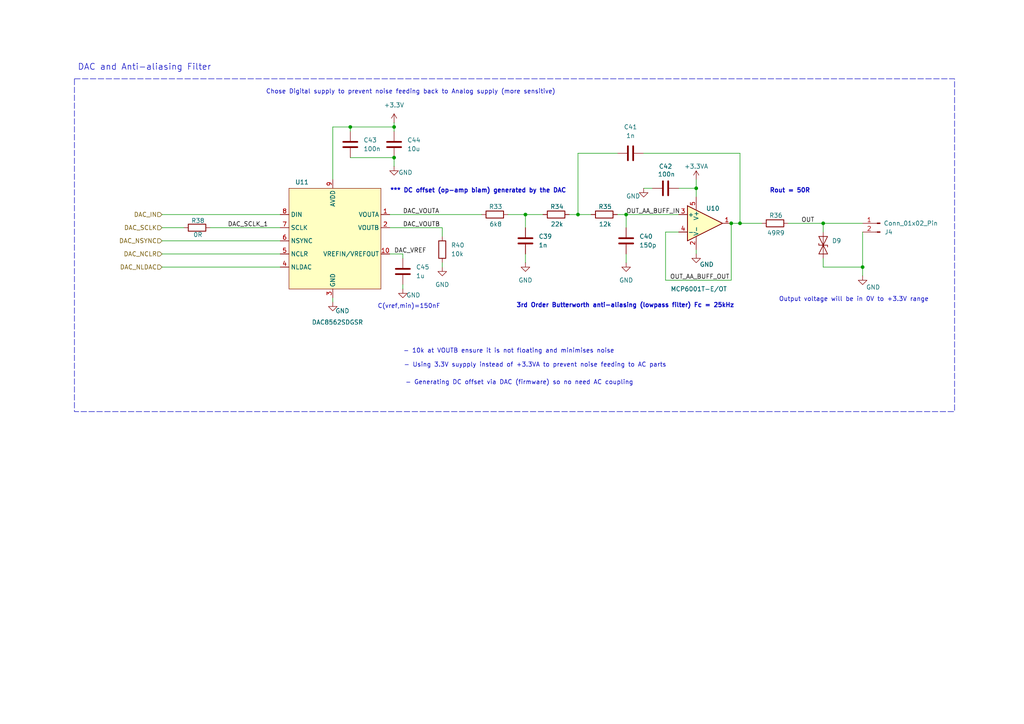
<source format=kicad_sch>
(kicad_sch (version 20231120) (generator "eeschema") (generator_version "8.0")
  (paper "A4")
  (lib_symbols
    (symbol "Amplifier_Operational:MCP6001-OT" (pin_names (offset 0.127))
      (property "Reference" "U" (at -1.27 6.35 0))
      (property "Value" "MCP6001-OT" (at -1.27 3.81 0))
      (symbol "MCP6001-OT_0_1"
        (polyline (pts (xy -5.08 5.08) (xy 5.08 0) (xy -5.08 -5.08) (xy -5.08 5.08)) (stroke (width 0.254)) (fill (type background)))
        (pin power_in line (at -2.54 -7.62 90) (length 3.81) (name "V-") (number "2"))
        (pin power_in line (at -2.54 7.62 270) (length 3.81) (name "V+") (number "5"))
      )
      (symbol "MCP6001-OT_1_1"
        (pin output line (at 7.62 0 180) (length 2.54) (name "~") (number "1"))
        (pin input line (at -7.62 2.54 0) (length 2.54) (name "+") (number "3"))
        (pin input line (at -7.62 -2.54 0) (length 2.54) (name "-") (number "4"))
      )
    )
    (symbol "Connector:Conn_01x02_Pin" (pin_names (offset 1.016) hide)
      (property "Reference" "J" (at 0 2.54 0))
      (property "Value" "Conn_01x02_Pin" (at 0 -5.08 0))
      (symbol "Conn_01x02_Pin_1_1"
        (polyline (pts (xy 1.27 -2.54) (xy 0.8636 -2.54)) (stroke (width 0.1524)))
        (polyline (pts (xy 1.27 0) (xy 0.8636 0)) (stroke (width 0.1524)))
        (rectangle (start 0.8636 -2.413) (end 0 -2.667) (stroke (width 0.1524)) (fill (type outline)))
        (rectangle (start 0.8636 0.127) (end 0 -0.127) (stroke (width 0.1524)) (fill (type outline)))
        (pin passive line (at 5.08 0 180) (length 3.81) (name "Pin_1") (number "1"))
        (pin passive line (at 5.08 -2.54 180) (length 3.81) (name "Pin_2") (number "2"))
      )
    )
    (symbol "Device:C" (pin_numbers hide) (pin_names (offset 0.254))
      (property "Reference" "C" (at 0.635 2.54 0))
      (property "Value" "C" (at 0.635 -2.54 0))
      (symbol "C_0_1"
        (polyline (pts (xy -2.032 -0.762) (xy 2.032 -0.762)) (stroke (width 0.508)))
        (polyline (pts (xy -2.032 0.762) (xy 2.032 0.762)) (stroke (width 0.508)))
      )
      (symbol "C_1_1"
        (pin passive line (at 0 3.81 270) (length 2.794) (name "~") (number "1"))
        (pin passive line (at 0 -3.81 90) (length 2.794) (name "~") (number "2"))
      )
    )
    (symbol "Device:R" (pin_numbers hide) (pin_names (offset 0))
      (property "Reference" "R" (at 2.032 0 90))
      (property "Value" "R" (at 0 0 90))
      (symbol "R_0_1"
        (rectangle (start -1.016 -2.54) (end 1.016 2.54) (stroke (width 0.254)))
      )
      (symbol "R_1_1"
        (pin passive line (at 0 3.81 270) (length 1.27) (name "~") (number "1"))
        (pin passive line (at 0 -3.81 90) (length 1.27) (name "~") (number "2"))
      )
    )
    (symbol "Diode:ESD9B3.3ST5G" (pin_numbers hide) (pin_names (offset 1.016) hide)
      (property "Reference" "D" (at 0 2.54 0))
      (property "Value" "ESD9B3.3ST5G" (at 0 -2.54 0))
      (symbol "ESD9B3.3ST5G_0_1"
        (polyline (pts (xy 1.27 0) (xy -1.27 0)))
        (polyline (pts (xy -2.54 -1.27) (xy 0 0) (xy -2.54 1.27) (xy -2.54 -1.27)) (stroke (width 0.2032)))
        (polyline (pts (xy 0.508 1.27) (xy 0 1.27) (xy 0 -1.27) (xy -0.508 -1.27)) (stroke (width 0.2032)))
        (polyline (pts (xy 2.54 1.27) (xy 2.54 -1.27) (xy 0 0) (xy 2.54 1.27)) (stroke (width 0.2032)))
      )
      (symbol "ESD9B3.3ST5G_1_1"
        (pin passive line (at -3.81 0 0) (length 2.54) (name "A1") (number "1"))
        (pin passive line (at 3.81 0 180) (length 2.54) (name "A2") (number "2"))
      )
    )
    (symbol "Private_KiCad8:DAC8562SDGSR"
      (property "Reference" "U" (at -5.334 30.734 0))
      (property "Value" "DAC8562SDGSR" (at -4.318 -2.54 0))
      (symbol "DAC8562SDGSR_0_0"
        (pin input line (at 2.54 21.59 180) (length 2.54) (name "VOUTA") (number "1"))
        (pin input line (at 2.54 17.78 180) (length 2.54) (name "VOUTB") (number "2"))
        (pin power_in line (at -13.97 -2.54 90) (length 2.54) (name "GND") (number "3"))
        (pin input line (at -29.21 6.35 0) (length 2.54) (name "NLDAC") (number "4"))
        (pin input line (at -29.21 10.16 0) (length 2.54) (name "NCLR") (number "5"))
        (pin input line (at -29.21 13.97 0) (length 2.54) (name "NSYNC") (number "6"))
        (pin input line (at -29.21 17.78 0) (length 2.54) (name "SCLK") (number "7"))
        (pin input line (at -29.21 21.59 0) (length 2.54) (name "DIN") (number "8"))
        (pin power_in line (at -13.97 31.75 270) (length 2.54) (name "AVDD") (number "9"))
      )
      (symbol "DAC8562SDGSR_1_0"
        (pin power_out line (at 2.54 10.16 180) (length 2.54) (name "VREFIN/VREFOUT") (number "10"))
      )
      (symbol "DAC8562SDGSR_1_1"
        (rectangle (start -26.67 29.21) (end 0 0) (fill (type background)))
      )
    )
    (symbol "power:+3.3V" (power) (pin_numbers hide) (pin_names (offset 0) hide)
      (property "Value" "+3.3V" (at 0 3.556 0))
      (symbol "+3.3V_0_1"
        (polyline (pts (xy -0.762 1.27) (xy 0 2.54)))
        (polyline (pts (xy 0 0) (xy 0 2.54)))
        (polyline (pts (xy 0 2.54) (xy 0.762 1.27)))
      )
      (symbol "+3.3V_1_1"
        (pin power_in line (at 0 0 90) (length 0) (name "~") (number "1"))
      )
    )
    (symbol "power:+3.3VA" (power) (pin_numbers hide) (pin_names (offset 0) hide)
      (property "Value" "+3.3VA" (at 0 3.556 0))
      (symbol "+3.3VA_0_1"
        (polyline (pts (xy -0.762 1.27) (xy 0 2.54)))
        (polyline (pts (xy 0 0) (xy 0 2.54)))
        (polyline (pts (xy 0 2.54) (xy 0.762 1.27)))
      )
      (symbol "+3.3VA_1_1"
        (pin power_in line (at 0 0 90) (length 0) (name "~") (number "1"))
      )
    )
    (symbol "power:GND" (power) (pin_numbers hide) (pin_names (offset 0) hide)
      (property "Value" "GND" (at 0 -3.81 0))
      (symbol "GND_0_1"
        (polyline (pts (xy 0 0) (xy 0 -1.27) (xy 1.27 -1.27) (xy 0 -2.54) (xy -1.27 -1.27) (xy 0 -1.27)))
      )
      (symbol "GND_1_1"
        (pin power_in line (at 0 0 270) (length 0) (name "~") (number "1"))
      )
    )
  )
  (junction (at 201.93 54.61))
  (junction (at 212.09 64.77))
  (junction (at 214.63 64.77))
  (junction (at 114.3 45.72))
  (junction (at 250.19 77.47))
  (junction (at 181.61 62.23))
  (junction (at 238.76 64.77))
  (junction (at 167.64 62.23))
  (junction (at 101.6 36.83))
  (junction (at 152.4 62.23))
  (junction (at 114.3 36.83))
  (wire (pts (xy 101.6 45.72) (xy 114.3 45.72)))
  (wire (pts (xy 214.63 44.45) (xy 214.63 64.77)))
  (wire (pts (xy 128.27 76.2) (xy 128.27 77.47)))
  (wire (pts (xy 181.61 62.23) (xy 181.61 66.04)))
  (wire (pts (xy 201.93 52.07) (xy 201.93 54.61)))
  (wire (pts (xy 128.27 66.04) (xy 128.27 68.58)))
  (wire (pts (xy 114.3 36.83) (xy 114.3 38.1)))
  (wire (pts (xy 181.61 62.23) (xy 196.85 62.23)))
  (wire (pts (xy 193.04 67.31) (xy 196.85 67.31)))
  (wire (pts (xy 250.19 67.31) (xy 250.19 77.47)))
  (wire (pts (xy 113.03 62.23) (xy 139.7 62.23)))
  (wire (pts (xy 238.76 77.47) (xy 250.19 77.47)))
  (wire (pts (xy 46.99 69.85) (xy 81.28 69.85)))
  (wire (pts (xy 113.03 73.66) (xy 116.84 73.66)))
  (wire (pts (xy 165.1 62.23) (xy 167.64 62.23)))
  (wire (pts (xy 152.4 62.23) (xy 152.4 66.04)))
  (wire (pts (xy 212.09 64.77) (xy 214.63 64.77)))
  (wire (pts (xy 189.23 54.61) (xy 186.69 54.61)))
  (wire (pts (xy 113.03 66.04) (xy 128.27 66.04)))
  (wire (pts (xy 238.76 64.77) (xy 250.19 64.77)))
  (wire (pts (xy 186.69 44.45) (xy 214.63 44.45)))
  (wire (pts (xy 101.6 36.83) (xy 96.52 36.83)))
  (wire (pts (xy 116.84 73.66) (xy 116.84 74.93)))
  (wire (pts (xy 196.85 54.61) (xy 201.93 54.61)))
  (wire (pts (xy 46.99 73.66) (xy 81.28 73.66)))
  (wire (pts (xy 212.09 64.77) (xy 212.09 81.28)))
  (wire (pts (xy 201.93 72.39) (xy 201.93 73.66)))
  (wire (pts (xy 238.76 74.93) (xy 238.76 77.47)))
  (wire (pts (xy 179.07 62.23) (xy 181.61 62.23)))
  (wire (pts (xy 60.96 66.04) (xy 81.28 66.04)))
  (wire (pts (xy 152.4 73.66) (xy 152.4 76.2)))
  (wire (pts (xy 96.52 86.36) (xy 96.52 87.63)))
  (wire (pts (xy 250.19 80.01) (xy 250.19 77.47)))
  (wire (pts (xy 181.61 73.66) (xy 181.61 76.2)))
  (wire (pts (xy 46.99 66.04) (xy 53.34 66.04)))
  (wire (pts (xy 167.64 62.23) (xy 171.45 62.23)))
  (wire (pts (xy 179.07 44.45) (xy 167.64 44.45)))
  (wire (pts (xy 101.6 36.83) (xy 114.3 36.83)))
  (wire (pts (xy 46.99 62.23) (xy 81.28 62.23)))
  (wire (pts (xy 193.04 81.28) (xy 212.09 81.28)))
  (wire (pts (xy 147.32 62.23) (xy 152.4 62.23)))
  (wire (pts (xy 167.64 44.45) (xy 167.64 62.23)))
  (wire (pts (xy 238.76 64.77) (xy 238.76 67.31)))
  (wire (pts (xy 193.04 81.28) (xy 193.04 67.31)))
  (wire (pts (xy 228.6 64.77) (xy 238.76 64.77)))
  (wire (pts (xy 46.99 77.47) (xy 81.28 77.47)))
  (wire (pts (xy 152.4 62.23) (xy 157.48 62.23)))
  (wire (pts (xy 101.6 38.1) (xy 101.6 36.83)))
  (wire (pts (xy 116.84 82.55) (xy 116.84 83.82)))
  (wire (pts (xy 96.52 36.83) (xy 96.52 52.07)))
  (wire (pts (xy 114.3 36.83) (xy 114.3 35.56)))
  (wire (pts (xy 114.3 45.72) (xy 114.3 48.26)))
  (wire (pts (xy 201.93 54.61) (xy 201.93 57.15)))
  (wire (pts (xy 214.63 64.77) (xy 220.98 64.77)))
  (rectangle (start 21.59 22.86) (end 276.86 119.38) (stroke (width 0) (type dash)))
  (text "- Generating DC offset via DAC (firmware) so no need AC coupling" (at 150.622 110.998 0) (effects (font (size 1.27 1.27))))
  (text "*** DC offset (op-amp biam) generated by the DAC" (at 138.684 55.372 0) (effects (font (size 1.27 1.27) (thickness 0.254) (bold yes))))
  (text "C(vref,min)=150nF" (at 118.618 88.9 0) (effects (font (size 1.27 1.27))))
  (text "Chose Digital supply to prevent noise feeding back to Analog supply (more sensitive)" (at 119.126 26.67 0) (effects (font (size 1.27 1.27))))
  (text "Output voltage will be in 0V to +3.3V range" (at 247.65 86.868 0) (effects (font (size 1.27 1.27))))
  (text "DAC and Anti-aliasing Filter" (at 41.91 19.558 0) (effects (font (size 1.778 1.778))))
  (text "3rd Order Butterworth anti-aliasing (lowpass filter) Fc = 25kHz" (at 181.356 88.646 0) (effects (font (size 1.27 1.27) (thickness 0.254) (bold yes))))
  (text "- Using 3.3V suypply instead of +3.3VA to prevent noise feeding to AC parts" (at 155.194 105.918 0) (effects (font (size 1.27 1.27))))
  (text "Rout = 50R" (at 229.108 55.372 0) (effects (font (size 1.27 1.27) (thickness 0.254) (bold yes))))
  (text "- 10k at VOUTB ensure it is not floating and minimises noise" (at 147.574 101.854 0) (effects (font (size 1.27 1.27))))
  (label "OUT_AA_BUFF_OUT" (at 194.31 81.28 0))
  (label "DAC_SCLK_1" (at 66.04 66.04 0))
  (label "DAC_VOUTA" (at 116.84 62.23 0))
  (label "OUT_AA_BUFF_IN" (at 181.61 62.23 0))
  (label "OUT" (at 232.41 64.77 0))
  (label "DAC_VREF" (at 114.3 73.66 0))
  (label "DAC_VOUTB" (at 116.84 66.04 0))
  (hierarchical_label "DAC_NCLR" (shape input) (at 46.99 73.66 180))
  (hierarchical_label "DAC_NSYNC" (shape input) (at 46.99 69.85 180))
  (hierarchical_label "DAC_NLDAC" (shape input) (at 46.99 77.47 180))
  (hierarchical_label "DAC_SCLK" (shape input) (at 46.99 66.04 180))
  (hierarchical_label "DAC_IN" (shape input) (at 46.99 62.23 180))
  (symbol (lib_id "power:GND") (at 96.52 87.63 0) (unit 1)
    (property "Reference" "#PWR061" (effects (hide yes)))
    (property "Value" "GND" (at 99.314 90.17 0))
    (property "Description" "Power symbol creates a global label with name \"GND\" , ground" (effects (hide yes)))
  )
  (symbol (lib_id "Device:C") (at 114.3 41.91 0) (unit 1)
    (property "Reference" "C44" (at 118.11 40.6399 0) (effects (justify left)))
    (property "Value" "10u" (at 118.11 43.1799 0) (effects (justify left)))
    (property "Footprint" "Capacitor_SMD:C_0603_1608Metric" (effects (hide yes)))
    (property "Description" "Unpolarized capacitor" (effects (hide yes)))
  )
  (symbol (lib_id "Device:C") (at 182.88 44.45 90) (unit 1)
    (property "Reference" "C41" (at 182.88 36.83 90))
    (property "Value" "1n" (at 182.88 39.37 90))
    (property "Footprint" "Capacitor_SMD:C_0402_1005Metric" (effects (hide yes)))
    (property "Description" "Unpolarized capacitor" (effects (hide yes)))
  )
  (symbol (lib_id "power:GND") (at 250.19 80.01 0) (unit 1)
    (property "Reference" "#PWR048" (effects (hide yes)))
    (property "Value" "GND" (at 253.238 83.312 0))
    (property "Description" "Power symbol creates a global label with name \"GND\" , ground" (effects (hide yes)))
  )
  (symbol (lib_id "Device:R") (at 143.51 62.23 90) (unit 1)
    (property "Reference" "R33" (at 143.764 59.944 90))
    (property "Value" "6k8" (at 143.764 65.024 90))
    (property "Footprint" "Resistor_SMD:R_0402_1005Metric" (effects (hide yes)))
    (property "Description" "Resistor" (effects (hide yes)))
  )
  (symbol (lib_id "power:+3.3VA") (at 201.93 52.07 0) (unit 1)
    (property "Reference" "#PWR062" (effects (hide yes)))
    (property "Value" "+3.3VA" (at 201.93 48.26 0))
    (property "Description" "Power symbol creates a global label with name \"+3.3VA\"" (effects (hide yes)))
  )
  (symbol (lib_id "Device:C") (at 152.4 69.85 0) (unit 1)
    (property "Reference" "C39" (at 156.21 68.5799 0) (effects (justify left)))
    (property "Value" "1n" (at 156.21 71.1199 0) (effects (justify left)))
    (property "Footprint" "Capacitor_SMD:C_0402_1005Metric" (effects (hide yes)))
    (property "Description" "Unpolarized capacitor" (effects (hide yes)))
  )
  (symbol (lib_id "Connector:Conn_01x02_Pin") (at 255.27 64.77 0) (mirror y) (unit 1)
    (property "Reference" "J4" (at 256.54 67.3101 0) (effects (justify right)))
    (property "Value" "Conn_01x02_Pin" (at 256.286 64.77 0) (effects (justify right)))
    (property "Footprint" "Connector_PinHeader_2.54mm:PinHeader_1x02_P2.54mm_Vertical" (effects (hide yes)))
    (property "Description" "Generic connector, single row, 01x02, script generated" (effects (hide yes)))
  )
  (symbol (lib_id "Amplifier_Operational:MCP6001-OT") (at 204.47 64.77 0) (unit 1)
    (property "Reference" "U10" (at 206.756 60.452 0))
    (property "Value" "MCP6001T-E/OT" (at 202.692 83.82 0))
    (property "Footprint" "Package_TO_SOT_SMD:SOT-23-5" (effects (hide yes)))
    (property "Datasheet" "http://ww1.microchip.com/downloads/en/DeviceDoc/21733j.pdf" (effects (hide yes)))
    (property "Description" "1MHz, Low-Power Op Amp, SOT-23-5" (effects (hide yes)))
  )
  (symbol (lib_id "power:GND") (at 181.61 76.2 0) (unit 1)
    (property "Reference" "#PWR059" (effects (hide yes)))
    (property "Value" "GND" (at 181.61 81.28 0))
    (property "Description" "Power symbol creates a global label with name \"GND\" , ground" (effects (hide yes)))
  )
  (symbol (lib_id "Device:C") (at 101.6 41.91 0) (unit 1)
    (property "Reference" "C43" (at 105.41 40.6399 0) (effects (justify left)))
    (property "Value" "100n" (at 105.41 43.1799 0) (effects (justify left)))
    (property "Footprint" "Capacitor_SMD:C_0402_1005Metric" (effects (hide yes)))
    (property "Description" "Unpolarized capacitor" (effects (hide yes)))
  )
  (symbol (lib_id "power:GND") (at 152.4 76.2 0) (unit 1)
    (property "Reference" "#PWR058" (effects (hide yes)))
    (property "Value" "GND" (at 152.4 81.28 0))
    (property "Description" "Power symbol creates a global label with name \"GND\" , ground" (effects (hide yes)))
  )
  (symbol (lib_id "power:GND") (at 201.93 73.66 0) (unit 1)
    (property "Reference" "#PWR063" (effects (hide yes)))
    (property "Value" "GND" (at 204.978 76.708 0))
    (property "Description" "Power symbol creates a global label with name \"GND\" , ground" (effects (hide yes)))
  )
  (symbol (lib_id "power:GND") (at 186.69 54.61 0) (unit 1)
    (property "Reference" "#PWR060" (effects (hide yes)))
    (property "Value" "GND" (at 183.642 56.896 0))
    (property "Description" "Power symbol creates a global label with name \"GND\" , ground" (effects (hide yes)))
  )
  (symbol (lib_id "power:GND") (at 114.3 48.26 0) (unit 1)
    (property "Reference" "#PWR066" (effects (hide yes)))
    (property "Value" "GND" (at 117.602 50.038 0))
    (property "Description" "Power symbol creates a global label with name \"GND\" , ground" (effects (hide yes)))
  )
  (symbol (lib_id "Device:R") (at 161.29 62.23 90) (unit 1)
    (property "Reference" "R34" (at 161.544 59.944 90))
    (property "Value" "22k" (at 161.544 65.024 90))
    (property "Footprint" "Resistor_SMD:R_0402_1005Metric" (effects (hide yes)))
    (property "Description" "Resistor" (effects (hide yes)))
  )
  (symbol (lib_id "Device:C") (at 193.04 54.61 90) (unit 1)
    (property "Reference" "C42" (at 193.04 48.26 90))
    (property "Value" "100n" (at 193.294 50.546 90))
    (property "Footprint" "Capacitor_SMD:C_0402_1005Metric" (effects (hide yes)))
    (property "Description" "Unpolarized capacitor" (effects (hide yes)))
  )
  (symbol (lib_id "Device:R") (at 224.79 64.77 90) (unit 1)
    (property "Reference" "R36" (at 225.044 62.484 90))
    (property "Value" "49R9" (at 225.044 67.564 90))
    (property "Footprint" "Resistor_SMD:R_0402_1005Metric" (effects (hide yes)))
    (property "Description" "Resistor" (effects (hide yes)))
  )
  (symbol (lib_id "Device:C") (at 181.61 69.85 0) (unit 1)
    (property "Reference" "C40" (at 185.42 68.5799 0) (effects (justify left)))
    (property "Value" "150p" (at 185.42 71.1199 0) (effects (justify left)))
    (property "Footprint" "Capacitor_SMD:C_0402_1005Metric" (effects (hide yes)))
    (property "Description" "Unpolarized capacitor" (effects (hide yes)))
  )
  (symbol (lib_id "Device:C") (at 116.84 78.74 180) (unit 1)
    (property "Reference" "C45" (at 120.65 77.4699 0) (effects (justify right)))
    (property "Value" "1u" (at 120.65 80.0099 0) (effects (justify right)))
    (property "Footprint" "Capacitor_SMD:C_0603_1608Metric" (effects (hide yes)))
    (property "Description" "Unpolarized capacitor" (effects (hide yes)))
  )
  (symbol (lib_id "Device:R") (at 175.26 62.23 90) (unit 1)
    (property "Reference" "R35" (at 175.514 59.944 90))
    (property "Value" "12k" (at 175.514 65.024 90))
    (property "Footprint" "Resistor_SMD:R_0402_1005Metric" (effects (hide yes)))
    (property "Description" "Resistor" (effects (hide yes)))
  )
  (symbol (lib_id "power:+3.3V") (at 114.3 35.56 0) (unit 1)
    (property "Reference" "#PWR065" (effects (hide yes)))
    (property "Value" "+3.3V" (at 114.3 30.48 0))
    (property "Description" "Power symbol creates a global label with name \"+3.3V\"" (effects (hide yes)))
  )
  (symbol (lib_id "Device:R") (at 128.27 72.39 0) (unit 1)
    (property "Reference" "R40" (at 130.81 71.1199 0) (effects (justify left)))
    (property "Value" "10k" (at 130.81 73.6599 0) (effects (justify left)))
    (property "Footprint" "Resistor_SMD:R_0402_1005Metric" (effects (hide yes)))
    (property "Description" "Resistor" (effects (hide yes)))
  )
  (symbol (lib_id "power:GND") (at 128.27 77.47 0) (unit 1)
    (property "Reference" "#PWR067" (effects (hide yes)))
    (property "Value" "GND" (at 128.27 82.55 0))
    (property "Description" "Power symbol creates a global label with name \"GND\" , ground" (effects (hide yes)))
  )
  (symbol (lib_id "Private_KiCad8:DAC8562SDGSR") (at 110.49 83.82 0) (unit 1)
    (property "Reference" "U11" (at 85.598 52.832 0) (effects (justify left)))
    (property "Value" "DAC8562SDGSR" (at 90.424 93.472 0) (effects (justify left)))
    (property "Footprint" "Package_SO:VSSOP-10_3x3mm_P0.5mm" (effects (hide yes)))
  )
  (symbol (lib_id "power:GND") (at 116.84 83.82 0) (unit 1)
    (property "Reference" "#PWR064" (effects (hide yes)))
    (property "Value" "GND" (at 119.888 85.598 0))
    (property "Description" "Power symbol creates a global label with name \"GND\" , ground" (effects (hide yes)))
  )
  (symbol (lib_id "Device:R") (at 57.15 66.04 90) (unit 1)
    (property "Reference" "R38" (at 57.404 64.008 90))
    (property "Value" "0R" (at 57.404 68.072 90))
    (property "Footprint" "Resistor_SMD:R_0603_1608Metric" (effects (hide yes)))
    (property "Description" "Resistor" (effects (hide yes)))
  )
  (symbol (lib_id "Diode:ESD9B3.3ST5G") (at 238.76 71.12 270) (unit 1)
    (property "Reference" "D9" (at 241.3 69.8499 90) (effects (justify left)))
    (property "Value" "PESD3V3L1BA " (effects (hide yes)))
    (property "Footprint" "Private:PESD3V3L1BA_SOD-323" (effects (hide yes)))
    (property "Datasheet" "https://www.onsemi.com/pub/Collateral/ESD9B-D.PDF" (effects (hide yes)))
    (property "Description" "ESD protection diode, 3.3Vrwm, SOD-923" (effects (hide yes)))
  )
)
</source>
